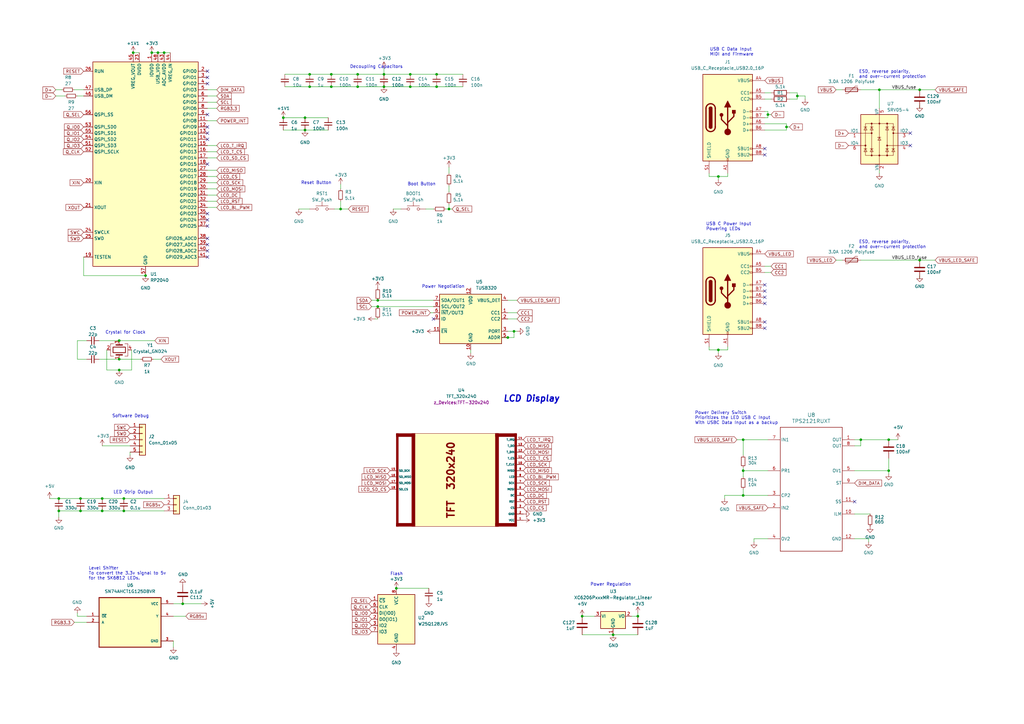
<source format=kicad_sch>
(kicad_sch (version 20250114) (generator "eeschema") (generator_version "9.0")
  (paper "A3")
  (text "LCD Display" (at 206.248 165.1 0) (effects (font (size 2.54 2.54) (thickness 0.508) (bold yes) (italic yes)) (justify left bottom)))
  (text "Power Negotiation" (at 172.974 118.364 0) (effects (font (size 1.27 1.27)) (justify left bottom)))
  (text "Power Delivery Switch\nPrioritizes the LED USB C Input\nWith USBC Data Input as a backup" (at 284.988 174.244 0) (effects (font (size 1.27 1.27)) (justify left bottom)))
  (text "Flash" (at 160.02 236.22 0) (effects (font (size 1.27 1.27)) (justify left bottom)))
  (text "Reset Button" (at 123.444 75.819 0) (effects (font (size 1.27 1.27)) (justify left bottom)))
  (text "USB C Data Input\nMIDI and Firmware\n" (at 291.084 23.114 0) (effects (font (size 1.27 1.27)) (justify left bottom)))
  (text "LED Strip Output" (at 46.482 202.692 0) (effects (font (size 1.27 1.27)) (justify left bottom)))
  (text "Crystal for Clock" (at 43.18 137.16 0) (effects (font (size 1.27 1.27)) (justify left bottom)))
  (text "Decoupling Capacitors" (at 143.51 28.194 0) (effects (font (size 1.27 1.27)) (justify left bottom)))
  (text "Level Shifter\nTo convert the 3.3v signal to 5v\nfor the SK6812 LEDs." (at 36.322 237.998 0) (effects (font (size 1.27 1.27)) (justify left bottom)))
  (text "Boot Button" (at 167.132 76.327 0) (effects (font (size 1.27 1.27)) (justify left bottom)))
  (text "USB C Power Input\nPowering LEDs\n" (at 289.56 94.742 0) (effects (font (size 1.27 1.27)) (justify left bottom)))
  (text "Software Debug" (at 45.974 171.45 0) (effects (font (size 1.27 1.27)) (justify left bottom)))
  (text "ESD, reverse polarity,\nand over-current protection" (at 352.298 102.108 0) (effects (font (size 1.27 1.27)) (justify left bottom)))
  (text "Power Regulation" (at 242.062 240.538 0) (effects (font (size 1.27 1.27)) (justify left bottom)))
  (text "ESD, reverse polarity,\nand over-current protection" (at 352.298 32.258 0) (effects (font (size 1.27 1.27)) (justify left bottom)))
  (junction (at 24.13 204.47))
  (junction (at 377.19 36.83))
  (junction (at 304.8 203.2))
  (junction (at 33.02 209.55))
  (junction (at 24.13 209.55))
  (junction (at 125.095 53.34))
  (junction (at 364.49 193.04))
  (junction (at 327.025 39.37))
  (junction (at 179.07 35.56))
  (junction (at 41.91 204.47))
  (junction (at 208.28 138.43))
  (junction (at 48.895 139.7))
  (junction (at 48.895 147.32))
  (junction (at 162.56 241.3))
  (junction (at 314.96 46.99))
  (junction (at 294.64 143.51))
  (junction (at 67.31 21.59))
  (junction (at 64.77 21.59))
  (junction (at 59.69 113.03))
  (junction (at 364.49 180.34))
  (junction (at 125.095 48.26))
  (junction (at 157.48 35.56))
  (junction (at 251.46 260.35) (diameter 0.9144))
  (junction (at 353.06 180.34))
  (junction (at 360.68 36.83))
  (junction (at 41.91 209.55))
  (junction (at 116.205 48.26))
  (junction (at 154.94 123.19))
  (junction (at 377.19 106.68))
  (junction (at 54.61 21.59))
  (junction (at 62.23 21.59))
  (junction (at 139.7 85.725))
  (junction (at 304.8 193.04))
  (junction (at 322.58 52.07))
  (junction (at 238.76 252.73))
  (junction (at 261.62 252.73))
  (junction (at 135.89 30.48))
  (junction (at 294.64 72.39))
  (junction (at 168.275 30.48))
  (junction (at 304.8 180.34))
  (junction (at 146.685 35.56))
  (junction (at 135.89 35.56))
  (junction (at 179.07 30.48))
  (junction (at 74.93 247.65))
  (junction (at 48.895 151.765))
  (junction (at 168.275 35.56))
  (junction (at 33.02 204.47))
  (junction (at 210.82 135.89))
  (junction (at 127 30.48))
  (junction (at 154.94 125.73))
  (junction (at 50.8 209.55))
  (junction (at 157.48 30.48))
  (junction (at 184.15 85.725))
  (junction (at 50.8 204.47))
  (junction (at 146.685 30.48))
  (junction (at 127 35.56))
  (no_connect (at 350.52 205.74))
  (no_connect (at 373.38 54.61))
  (no_connect (at 313.69 134.62))
  (no_connect (at 85.09 100.33))
  (no_connect (at 373.38 59.69))
  (no_connect (at 85.09 52.07))
  (no_connect (at 313.69 132.08))
  (no_connect (at 85.09 54.61))
  (no_connect (at 313.69 121.92))
  (no_connect (at 85.09 29.21))
  (no_connect (at 313.69 63.5))
  (no_connect (at 85.09 90.17))
  (no_connect (at 85.09 97.79))
  (no_connect (at 85.09 31.75))
  (no_connect (at 313.69 124.46))
  (no_connect (at 313.69 60.96))
  (no_connect (at 85.09 34.29))
  (no_connect (at 313.69 116.84))
  (no_connect (at 85.09 46.99))
  (no_connect (at 85.09 87.63))
  (no_connect (at 85.09 67.31))
  (no_connect (at 85.09 105.41))
  (no_connect (at 313.69 119.38))
  (no_connect (at 177.8 130.81))
  (no_connect (at 85.09 92.71))
  (no_connect (at 85.09 102.87))
  (no_connect (at 85.09 57.15))
  (wire (pts (xy 298.45 72.39) (xy 298.45 71.12)))
  (wire (pts (xy 71.12 265.43) (xy 71.12 262.89)))
  (wire (pts (xy 168.275 35.56) (xy 179.07 35.56)))
  (wire (pts (xy 313.69 53.34) (xy 322.58 53.34)))
  (wire (pts (xy 48.895 147.32) (xy 57.785 147.32)))
  (wire (pts (xy 208.28 138.43) (xy 210.82 138.43)))
  (wire (pts (xy 85.09 77.47) (xy 88.9 77.47)))
  (wire (pts (xy 85.09 69.85) (xy 88.9 69.85)))
  (wire (pts (xy 54.61 21.59) (xy 57.15 21.59)))
  (wire (pts (xy 210.82 138.43) (xy 210.82 135.89)))
  (wire (pts (xy 184.15 85.725) (xy 185.42 85.725)))
  (wire (pts (xy 330.2 39.37) (xy 330.2 40.64)))
  (wire (pts (xy 122.555 85.725) (xy 127 85.725)))
  (wire (pts (xy 43.815 143.51) (xy 43.815 151.765)))
  (wire (pts (xy 360.68 36.83) (xy 377.19 36.83)))
  (wire (pts (xy 364.49 180.34) (xy 368.3 180.34)))
  (wire (pts (xy 88.9 74.93) (xy 85.09 74.93)))
  (wire (pts (xy 364.49 187.96) (xy 364.49 193.04)))
  (wire (pts (xy 40.64 147.32) (xy 48.895 147.32)))
  (wire (pts (xy 322.58 53.34) (xy 322.58 52.07)))
  (wire (pts (xy 31.75 147.32) (xy 35.56 147.32)))
  (wire (pts (xy 85.09 39.37) (xy 88.9 39.37)))
  (wire (pts (xy 174.625 85.725) (xy 177.8 85.725)))
  (wire (pts (xy 33.02 209.55) (xy 41.91 209.55)))
  (wire (pts (xy 350.52 220.98) (xy 356.235 220.98)))
  (wire (pts (xy 34.29 113.03) (xy 59.69 113.03)))
  (wire (pts (xy 342.9 36.83) (xy 345.44 36.83)))
  (wire (pts (xy 179.07 30.48) (xy 189.865 30.48)))
  (wire (pts (xy 212.09 123.19) (xy 208.28 123.19)))
  (wire (pts (xy 162.56 241.3) (xy 175.895 241.3)))
  (wire (pts (xy 297.18 204.47) (xy 297.18 203.2)))
  (wire (pts (xy 316.23 38.1) (xy 313.69 38.1)))
  (wire (pts (xy 294.64 72.39) (xy 298.45 72.39)))
  (wire (pts (xy 316.23 109.22) (xy 313.69 109.22)))
  (wire (pts (xy 85.09 85.09) (xy 88.9 85.09)))
  (wire (pts (xy 85.09 41.91) (xy 88.9 41.91)))
  (wire (pts (xy 342.9 106.68) (xy 345.44 106.68)))
  (wire (pts (xy 350.52 193.04) (xy 364.49 193.04)))
  (wire (pts (xy 353.06 106.68) (xy 377.19 106.68)))
  (wire (pts (xy 154.94 123.19) (xy 177.8 123.19)))
  (wire (pts (xy 356.235 220.98) (xy 356.235 222.25)))
  (wire (pts (xy 24.13 209.55) (xy 33.02 209.55)))
  (wire (pts (xy 251.46 260.35) (xy 238.76 260.35)))
  (wire (pts (xy 157.48 35.56) (xy 168.275 35.56)))
  (wire (pts (xy 85.09 49.53) (xy 88.9 49.53)))
  (wire (pts (xy 26.67 39.37) (xy 22.86 39.37)))
  (wire (pts (xy 50.8 209.55) (xy 67.31 209.55)))
  (wire (pts (xy 48.895 151.765) (xy 53.975 151.765)))
  (wire (pts (xy 350.52 182.88) (xy 353.06 182.88)))
  (wire (pts (xy 116.205 53.34) (xy 125.095 53.34)))
  (wire (pts (xy 30.48 255.27) (xy 35.56 255.27)))
  (wire (pts (xy 360.68 71.12) (xy 360.68 69.85)))
  (wire (pts (xy 304.8 203.2) (xy 314.96 203.2)))
  (wire (pts (xy 290.83 71.12) (xy 290.83 72.39)))
  (wire (pts (xy 297.18 203.2) (xy 304.8 203.2)))
  (wire (pts (xy 294.64 73.66) (xy 294.64 72.39)))
  (wire (pts (xy 125.095 48.26) (xy 134.62 48.26)))
  (wire (pts (xy 125.095 53.34) (xy 134.62 53.34)))
  (wire (pts (xy 353.06 180.34) (xy 364.49 180.34)))
  (wire (pts (xy 139.7 82.55) (xy 139.7 85.725)))
  (wire (pts (xy 184.15 83.82) (xy 184.15 85.725)))
  (wire (pts (xy 71.12 252.73) (xy 76.2 252.73)))
  (wire (pts (xy 314.96 220.98) (xy 309.245 220.98)))
  (wire (pts (xy 154.94 125.73) (xy 177.8 125.73)))
  (wire (pts (xy 350.52 180.34) (xy 353.06 180.34)))
  (wire (pts (xy 353.06 180.34) (xy 353.06 182.88)))
  (wire (pts (xy 313.69 50.8) (xy 322.58 50.8)))
  (wire (pts (xy 208.28 138.43) (xy 205.74 138.43)))
  (wire (pts (xy 85.09 80.01) (xy 88.9 80.01)))
  (wire (pts (xy 41.91 209.55) (xy 50.8 209.55)))
  (wire (pts (xy 327.025 39.37) (xy 327.025 38.1)))
  (wire (pts (xy 88.9 62.23) (xy 85.09 62.23)))
  (wire (pts (xy 309.245 220.98) (xy 309.245 222.25)))
  (wire (pts (xy 67.31 21.59) (xy 69.85 21.59)))
  (wire (pts (xy 377.19 36.83) (xy 383.54 36.83)))
  (wire (pts (xy 304.8 193.04) (xy 314.96 193.04)))
  (wire (pts (xy 33.02 204.47) (xy 41.91 204.47)))
  (wire (pts (xy 323.85 40.64) (xy 327.025 40.64)))
  (wire (pts (xy 350.52 210.82) (xy 356.87 210.82)))
  (wire (pts (xy 48.895 139.7) (xy 63.5 139.7)))
  (wire (pts (xy 139.7 75.565) (xy 139.7 77.47)))
  (wire (pts (xy 327.025 40.64) (xy 327.025 39.37)))
  (wire (pts (xy 353.06 36.83) (xy 360.68 36.83)))
  (wire (pts (xy 24.13 204.47) (xy 33.02 204.47)))
  (wire (pts (xy 259.08 252.73) (xy 261.62 252.73)))
  (wire (pts (xy 127 30.48) (xy 135.89 30.48)))
  (wire (pts (xy 85.09 72.39) (xy 88.9 72.39)))
  (wire (pts (xy 294.64 144.78) (xy 294.64 143.51)))
  (wire (pts (xy 62.23 21.59) (xy 64.77 21.59)))
  (wire (pts (xy 327.025 39.37) (xy 330.2 39.37)))
  (wire (pts (xy 161.29 85.725) (xy 164.465 85.725)))
  (wire (pts (xy 377.19 113.03) (xy 377.19 114.3)))
  (wire (pts (xy 41.91 204.47) (xy 50.8 204.47)))
  (wire (pts (xy 146.685 30.48) (xy 157.48 30.48)))
  (wire (pts (xy 31.75 139.7) (xy 31.75 147.32)))
  (wire (pts (xy 85.09 82.55) (xy 88.9 82.55)))
  (wire (pts (xy 74.93 247.65) (xy 71.12 247.65)))
  (wire (pts (xy 314.96 46.99) (xy 316.23 46.99)))
  (wire (pts (xy 153.67 130.81) (xy 154.94 130.81)))
  (wire (pts (xy 360.68 36.83) (xy 360.68 44.45)))
  (wire (pts (xy 116.205 48.26) (xy 125.095 48.26)))
  (wire (pts (xy 212.09 135.89) (xy 210.82 135.89)))
  (wire (pts (xy 64.77 21.59) (xy 67.31 21.59)))
  (wire (pts (xy 364.49 193.04) (xy 364.49 194.31)))
  (wire (pts (xy 238.76 252.73) (xy 243.84 252.73)))
  (wire (pts (xy 152.4 123.19) (xy 154.94 123.19)))
  (wire (pts (xy 322.58 52.07) (xy 323.85 52.07)))
  (wire (pts (xy 135.89 35.56) (xy 146.685 35.56)))
  (wire (pts (xy 24.13 212.09) (xy 24.13 209.55)))
  (wire (pts (xy 313.69 45.72) (xy 314.96 45.72)))
  (wire (pts (xy 50.8 204.47) (xy 67.31 204.47)))
  (wire (pts (xy 176.53 128.27) (xy 177.8 128.27)))
  (wire (pts (xy 41.91 182.88) (xy 53.34 182.88)))
  (wire (pts (xy 290.83 143.51) (xy 294.64 143.51)))
  (wire (pts (xy 314.96 46.99) (xy 314.96 48.26)))
  (wire (pts (xy 323.85 38.1) (xy 327.025 38.1)))
  (wire (pts (xy 152.4 125.73) (xy 154.94 125.73)))
  (wire (pts (xy 193.04 144.78) (xy 193.04 143.51)))
  (wire (pts (xy 116.84 35.56) (xy 127 35.56)))
  (wire (pts (xy 212.09 128.27) (xy 208.28 128.27)))
  (wire (pts (xy 184.15 76.2) (xy 184.15 78.74)))
  (wire (pts (xy 30.48 36.83) (xy 34.29 36.83)))
  (wire (pts (xy 88.9 59.69) (xy 85.09 59.69)))
  (wire (pts (xy 316.23 40.64) (xy 313.69 40.64)))
  (wire (pts (xy 62.865 147.32) (xy 66.04 147.32)))
  (wire (pts (xy 208.28 135.89) (xy 210.82 135.89)))
  (wire (pts (xy 212.09 130.81) (xy 208.28 130.81)))
  (wire (pts (xy 377.19 43.18) (xy 377.19 44.45)))
  (wire (pts (xy 261.62 251.46) (xy 261.62 252.73)))
  (wire (pts (xy 31.75 251.46) (xy 31.75 252.73)))
  (wire (pts (xy 322.58 50.8) (xy 322.58 52.07)))
  (wire (pts (xy 168.275 30.48) (xy 179.07 30.48)))
  (wire (pts (xy 157.48 27.94) (xy 157.48 30.48)))
  (wire (pts (xy 304.8 191.77) (xy 304.8 193.04)))
  (wire (pts (xy 313.69 48.26) (xy 314.96 48.26)))
  (wire (pts (xy 82.55 247.65) (xy 74.93 247.65)))
  (wire (pts (xy 34.29 105.41) (xy 34.29 113.03)))
  (wire (pts (xy 135.89 30.48) (xy 146.685 30.48)))
  (wire (pts (xy 85.09 44.45) (xy 88.9 44.45)))
  (wire (pts (xy 304.8 193.04) (xy 304.8 195.58)))
  (wire (pts (xy 31.75 252.73) (xy 35.56 252.73)))
  (wire (pts (xy 40.64 139.7) (xy 48.895 139.7)))
  (wire (pts (xy 304.8 180.34) (xy 314.96 180.34)))
  (wire (pts (xy 184.15 68.58) (xy 184.15 71.12)))
  (wire (pts (xy 298.45 143.51) (xy 298.45 142.24)))
  (wire (pts (xy 53.34 185.42) (xy 53.34 186.69)))
  (wire (pts (xy 22.86 36.83) (xy 25.4 36.83)))
  (wire (pts (xy 302.26 180.34) (xy 304.8 180.34)))
  (wire (pts (xy 35.56 139.7) (xy 31.75 139.7)))
  (wire (pts (xy 146.685 35.56) (xy 157.48 35.56)))
  (wire (pts (xy 157.48 30.48) (xy 168.275 30.48)))
  (wire (pts (xy 314.96 45.72) (xy 314.96 46.99)))
  (wire (pts (xy 127 35.56) (xy 135.89 35.56)))
  (wire (pts (xy 116.84 30.48) (xy 127 30.48)))
  (wire (pts (xy 377.19 106.68) (xy 383.54 106.68)))
  (wire (pts (xy 139.7 85.725) (xy 137.16 85.725)))
  (wire (pts (xy 85.09 64.77) (xy 88.9 64.77)))
  (wire (pts (xy 142.875 85.725) (xy 139.7 85.725)))
  (wire (pts (xy 182.88 85.725) (xy 184.15 85.725)))
  (wire (pts (xy 251.46 260.35) (xy 261.62 260.35)))
  (wire (pts (xy 304.8 200.66) (xy 304.8 203.2)))
  (wire (pts (xy 290.83 142.24) (xy 290.83 143.51)))
  (wire (pts (xy 290.83 72.39) (xy 294.64 72.39)))
  (wire (pts (xy 31.75 39.37) (xy 34.29 39.37)))
  (wire (pts (xy 304.8 180.34) (xy 304.8 186.69)))
  (wire (pts (xy 43.815 151.765) (xy 48.895 151.765)))
  (wire (pts (xy 53.975 151.765) (xy 53.975 143.51)))
  (wire (pts (xy 294.64 143.51) (xy 298.45 143.51)))
  (wire (pts (xy 179.07 35.56) (xy 189.865 35.56)))
  (wire (pts (xy 85.09 36.83) (xy 88.9 36.83)))
  (wire (pts (xy 316.23 111.76) (xy 313.69 111.76)))
  (wire (pts (xy 20.32 204.47) (xy 24.13 204.47)))
  (label "VBUS_LED_fuse" (at 365.76 106.68 0))
  (label "VBUS_fuse" (at 365.76 36.83 0))
  (global_label "POWER_INT" (shape input) (at 176.53 128.27 180) (property "Intersheetrefs" "${INTERSHEET_REFS}" (effects (hide yes))))
  (global_label "DIM_DATA" (shape input) (at 350.52 198.12 0) (property "Intersheetrefs" "${INTERSHEET_REFS}" (effects (hide yes))))
  (global_label "LCD_MOSI" (shape input) (at 214.63 185.42 0) (property "Intersheetrefs" "${INTERSHEET_REFS}" (effects (hide yes))))
  (global_label "XIN" (shape input) (at 63.5 139.7 0) (property "Intersheetrefs" "${INTERSHEET_REFS}" (effects (hide yes))))
  (global_label "Q_IO2" (shape input) (at 34.29 57.15 180) (property "Intersheetrefs" "${INTERSHEET_REFS}" (effects (hide yes))))
  (global_label "RESET" (shape input) (at 53.34 180.34 180) (property "Intersheetrefs" "${INTERSHEET_REFS}" (effects (hide yes))))
  (global_label "VBUS_SAFE" (shape input) (at 383.54 36.83 0) (property "Intersheetrefs" "${INTERSHEET_REFS}" (effects (hide yes))))
  (global_label "LCD_CS" (shape input) (at 88.9 72.39 0) (property "Intersheetrefs" "${INTERSHEET_REFS}" (effects (hide yes))))
  (global_label "RGB5v" (shape input) (at 76.2 252.73 0) (property "Intersheetrefs" "${INTERSHEET_REFS}" (effects (hide yes))))
  (global_label "VBUS_LED_SAFE" (shape input) (at 212.09 123.19 0) (property "Intersheetrefs" "${INTERSHEET_REFS}" (effects (hide yes))))
  (global_label "LCD_SD_CS" (shape input) (at 160.02 200.66 180) (property "Intersheetrefs" "${INTERSHEET_REFS}" (effects (hide yes))))
  (global_label "VBUS_LED_SAFE" (shape input) (at 302.26 180.34 180) (property "Intersheetrefs" "${INTERSHEET_REFS}" (effects (hide yes))))
  (global_label "CC1" (shape input) (at 316.23 109.22 0) (property "Intersheetrefs" "${INTERSHEET_REFS}" (effects (hide yes))))
  (global_label "Q_IO1" (shape input) (at 34.29 54.61 180) (property "Intersheetrefs" "${INTERSHEET_REFS}" (effects (hide yes))))
  (global_label "LCD_MISO" (shape input) (at 160.02 195.58 180) (property "Intersheetrefs" "${INTERSHEET_REFS}" (effects (hide yes))))
  (global_label "LCD_SCK" (shape input) (at 88.9 74.93 0) (property "Intersheetrefs" "${INTERSHEET_REFS}" (effects (hide yes))))
  (global_label "Q_SEL" (shape input) (at 185.42 85.725 0) (property "Intersheetrefs" "${INTERSHEET_REFS}" (effects (hide yes))))
  (global_label "SWC" (shape input) (at 34.29 95.25 180) (property "Intersheetrefs" "${INTERSHEET_REFS}" (effects (hide yes))))
  (global_label "D+" (shape input) (at 323.85 52.07 0) (property "Intersheetrefs" "${INTERSHEET_REFS}" (effects (hide yes))))
  (global_label "LCD_SCK" (shape input) (at 214.63 198.12 0) (property "Intersheetrefs" "${INTERSHEET_REFS}" (effects (hide yes))))
  (global_label "LCD_SCK" (shape input) (at 160.02 193.04 180) (property "Intersheetrefs" "${INTERSHEET_REFS}" (effects (hide yes))))
  (global_label "LCD_MOSI" (shape input) (at 88.9 77.47 0) (property "Intersheetrefs" "${INTERSHEET_REFS}" (effects (hide yes))))
  (global_label "SDA" (shape input) (at 88.9 39.37 0) (property "Intersheetrefs" "${INTERSHEET_REFS}" (effects (hide yes))))
  (global_label "LCD_T_CS" (shape input) (at 88.9 62.23 0) (property "Intersheetrefs" "${INTERSHEET_REFS}" (effects (hide yes))))
  (global_label "LCD_T_CS" (shape input) (at 214.63 187.96 0) (property "Intersheetrefs" "${INTERSHEET_REFS}" (effects (hide yes))))
  (global_label "VBUS" (shape input) (at 342.9 36.83 180) (property "Intersheetrefs" "${INTERSHEET_REFS}" (effects (hide yes))))
  (global_label "LCD_BL_PWM" (shape input) (at 214.63 195.58 0) (property "Intersheetrefs" "${INTERSHEET_REFS}" (effects (hide yes))))
  (global_label "D-" (shape input) (at 347.98 59.69 180) (property "Intersheetrefs" "${INTERSHEET_REFS}" (effects (hide yes))))
  (global_label "DIM_DATA" (shape input) (at 88.9 36.83 0) (property "Intersheetrefs" "${INTERSHEET_REFS}" (effects (hide yes))))
  (global_label "SWD" (shape input) (at 53.34 177.8 180) (property "Intersheetrefs" "${INTERSHEET_REFS}" (effects (hide yes))))
  (global_label "SCL" (shape input) (at 88.9 41.91 0) (property "Intersheetrefs" "${INTERSHEET_REFS}" (effects (hide yes))))
  (global_label "RGB3.3" (shape input) (at 88.9 44.45 0) (property "Intersheetrefs" "${INTERSHEET_REFS}" (effects (hide yes))))
  (global_label "LCD_DC" (shape input) (at 214.63 203.2 0) (property "Intersheetrefs" "${INTERSHEET_REFS}" (effects (hide yes))))
  (global_label "CC2" (shape input) (at 316.23 111.76 0) (property "Intersheetrefs" "${INTERSHEET_REFS}" (effects (hide yes))))
  (global_label "SDA" (shape input) (at 152.4 123.19 180) (property "Intersheetrefs" "${INTERSHEET_REFS}" (effects (hide yes))))
  (global_label "VBUS_SAFE" (shape input) (at 314.96 208.28 180) (property "Intersheetrefs" "${INTERSHEET_REFS}" (effects (hide yes))))
  (global_label "SWD" (shape input) (at 34.29 97.79 180) (property "Intersheetrefs" "${INTERSHEET_REFS}" (effects (hide yes))))
  (global_label "VBUS" (shape input) (at 313.69 33.02 0) (property "Intersheetrefs" "${INTERSHEET_REFS}" (effects (hide yes))))
  (global_label "XOUT" (shape input) (at 66.04 147.32 0) (property "Intersheetrefs" "${INTERSHEET_REFS}" (effects (hide yes))))
  (global_label "LCD_DC" (shape input) (at 88.9 80.01 0) (property "Intersheetrefs" "${INTERSHEET_REFS}" (effects (hide yes))))
  (global_label "D+" (shape input) (at 347.98 54.61 180) (property "Intersheetrefs" "${INTERSHEET_REFS}" (effects (hide yes))))
  (global_label "D+" (shape input) (at 22.86 36.83 180) (property "Intersheetrefs" "${INTERSHEET_REFS}" (effects (hide yes))))
  (global_label "D-" (shape input) (at 22.86 39.37 180) (property "Intersheetrefs" "${INTERSHEET_REFS}" (effects (hide yes))))
  (global_label "LCD_MISO" (shape input) (at 88.9 69.85 0) (property "Intersheetrefs" "${INTERSHEET_REFS}" (effects (hide yes))))
  (global_label "RESET" (shape input) (at 34.29 29.21 180) (property "Intersheetrefs" "${INTERSHEET_REFS}" (effects (hide yes))))
  (global_label "LCD_RST" (shape input) (at 88.9 82.55 0) (property "Intersheetrefs" "${INTERSHEET_REFS}" (effects (hide yes))))
  (global_label "POWER_INT" (shape input) (at 88.9 49.53 0) (property "Intersheetrefs" "${INTERSHEET_REFS}" (effects (hide yes))))
  (global_label "Q_IO0" (shape input) (at 34.29 52.07 180) (property "Intersheetrefs" "${INTERSHEET_REFS}" (effects (hide yes))))
  (global_label "XOUT" (shape input) (at 34.29 85.09 180) (property "Intersheetrefs" "${INTERSHEET_REFS}" (effects (hide yes))))
  (global_label "LCD_T_IRQ" (shape input) (at 214.63 180.34 0) (property "Intersheetrefs" "${INTERSHEET_REFS}" (effects (hide yes))))
  (global_label "LCD_RST" (shape input) (at 214.63 205.74 0) (property "Intersheetrefs" "${INTERSHEET_REFS}" (effects (hide yes))))
  (global_label "Q_CLK" (shape input) (at 34.29 62.23 180) (property "Intersheetrefs" "${INTERSHEET_REFS}" (effects (hide yes))))
  (global_label "Q_IO0" (shape input) (at 152.4 251.46 180) (property "Intersheetrefs" "${INTERSHEET_REFS}" (effects (hide yes))))
  (global_label "RGB5v" (shape input) (at 67.31 207.01 180) (property "Intersheetrefs" "${INTERSHEET_REFS}" (effects (hide yes))))
  (global_label "Q_IO2" (shape input) (at 152.4 256.54 180) (property "Intersheetrefs" "${INTERSHEET_REFS}" (effects (hide yes))))
  (global_label "Q_IO3" (shape input) (at 34.29 59.69 180) (property "Intersheetrefs" "${INTERSHEET_REFS}" (effects (hide yes))))
  (global_label "RESET" (shape input) (at 142.875 85.725 0) (property "Intersheetrefs" "${INTERSHEET_REFS}" (effects (hide yes))))
  (global_label "LCD_MOSI" (shape input) (at 214.63 200.66 0) (property "Intersheetrefs" "${INTERSHEET_REFS}" (effects (hide yes))))
  (global_label "LCD_BL_PWM" (shape input) (at 88.9 85.09 0) (property "Intersheetrefs" "${INTERSHEET_REFS}" (effects (hide yes))))
  (global_label "LCD_MOSI" (shape input) (at 160.02 198.12 180) (property "Intersheetrefs" "${INTERSHEET_REFS}" (effects (hide yes))))
  (global_label "LCD_CS" (shape input) (at 214.63 208.28 0) (property "Intersheetrefs" "${INTERSHEET_REFS}" (effects (hide yes))))
  (global_label "CC1" (shape input) (at 212.09 128.27 0) (property "Intersheetrefs" "${INTERSHEET_REFS}" (effects (hide yes))))
  (global_label "Q_CLK" (shape input) (at 152.4 248.92 180) (property "Intersheetrefs" "${INTERSHEET_REFS}" (effects (hide yes))))
  (global_label "LCD_MISO" (shape input) (at 214.63 193.04 0) (property "Intersheetrefs" "${INTERSHEET_REFS}" (effects (hide yes))))
  (global_label "Q_IO1" (shape input) (at 152.4 254 180) (property "Intersheetrefs" "${INTERSHEET_REFS}" (effects (hide yes))))
  (global_label "D-" (shape input) (at 316.23 46.99 0) (property "Intersheetrefs" "${INTERSHEET_REFS}" (effects (hide yes))))
  (global_label "LCD_T_IRQ" (shape input) (at 88.9 59.69 0) (property "Intersheetrefs" "${INTERSHEET_REFS}" (effects (hide yes))))
  (global_label "SCL" (shape input) (at 152.4 125.73 180) (property "Intersheetrefs" "${INTERSHEET_REFS}" (effects (hide yes))))
  (global_label "LCD_MISO" (shape input) (at 214.63 182.88 0) (property "Intersheetrefs" "${INTERSHEET_REFS}" (effects (hide yes))))
  (global_label "VBUS_LED" (shape input) (at 342.9 106.68 180) (property "Intersheetrefs" "${INTERSHEET_REFS}" (effects (hide yes))))
  (global_label "XIN" (shape input) (at 34.29 74.93 180) (property "Intersheetrefs" "${INTERSHEET_REFS}" (effects (hide yes))))
  (global_label "Q_IO3" (shape input) (at 152.4 259.08 180) (property "Intersheetrefs" "${INTERSHEET_REFS}" (effects (hide yes))))
  (global_label "VBUS_LED_SAFE" (shape input) (at 383.54 106.68 0) (property "Intersheetrefs" "${INTERSHEET_REFS}" (effects (hide yes))))
  (global_label "CC2" (shape input) (at 212.09 130.81 0) (property "Intersheetrefs" "${INTERSHEET_REFS}" (effects (hide yes))))
  (global_label "Q_SEL" (shape input) (at 152.4 246.38 180) (property "Intersheetrefs" "${INTERSHEET_REFS}" (effects (hide yes))))
  (global_label "SWC" (shape input) (at 53.34 175.26 180) (property "Intersheetrefs" "${INTERSHEET_REFS}" (effects (hide yes))))
  (global_label "Q_SEL" (shape input) (at 34.29 46.99 180) (property "Intersheetrefs" "${INTERSHEET_REFS}" (effects (hide yes))))
  (global_label "LCD_SCK" (shape input) (at 214.63 190.5 0) (property "Intersheetrefs" "${INTERSHEET_REFS}" (effects (hide yes))))
  (global_label "RGB3.3" (shape input) (at 30.48 255.27 180) (property "Intersheetrefs" "${INTERSHEET_REFS}" (effects (hide yes))))
  (global_label "VBUS_LED" (shape input) (at 313.69 104.14 0) (property "Intersheetrefs" "${INTERSHEET_REFS}" (effects (hide yes))))
  (global_label "LCD_SD_CS" (shape input) (at 88.9 64.77 0) (property "Intersheetrefs" "${INTERSHEET_REFS}" (effects (hide yes))))
  (symbol (lib_id "Device:Polyfuse") (at 349.25 36.83 270) (unit 1)
    (property "Reference" "F1" (at 349.25 31.115 90))
    (property "Value" "3.0A 1206 Polyfuse" (at 349.25 33.4264 90))
    (property "Footprint" "Fuse:Fuse_1206_3216Metric" (effects (hide yes)))
  )
  (symbol (lib_id "Device:C_Small") (at 135.89 33.02 0) (unit 1)
    (property "Reference" "C10" (at 139.065 32.3913 0) (effects (justify left)))
    (property "Value" "100n" (at 139.065 34.9313 0) (effects (justify left)))
    (property "Footprint" "Capacitor_SMD:C_0402_1005Metric" (effects (hide yes)))
  )
  (symbol (lib_id "power:GND") (at 251.46 260.35 0) (unit 1)
    (property "Reference" "#PWR015" (effects (hide yes)))
    (property "Value" "GND" (at 251.587 264.7442 0))
  )
  (symbol (lib_id "power:+5V") (at 238.76 252.73 0) (unit 1)
    (property "Reference" "#PWR013" (effects (hide yes)))
    (property "Value" "+5V" (at 238.76 247.65 0))
  )
  (symbol (lib_id "power:+3V3") (at 157.48 27.94 0) (unit 1)
    (property "Reference" "#PWR04" (effects (hide yes)))
    (property "Value" "+3V3" (at 157.734 23.876 0))
  )
  (symbol (lib_id "Device:C") (at 261.62 256.54 0) (unit 1)
    (property "Reference" "C128" (at 264.541 255.3716 0) (effects (justify left)))
    (property "Value" "1uF" (at 264.541 257.683 0) (effects (justify left)))
    (property "Footprint" "Capacitor_SMD:C_0402_1005Metric" (effects (hide yes)))
    (property "LCSC" "C307331" (effects (hide yes)))
  )
  (symbol (lib_id "TPS2121RUXT:TPS2121RUXT") (at 332.74 200.66 0) (unit 1)
    (property "Reference" "U8" (at 332.74 170.18 0) (effects (font (size 1.524 1.524))))
    (property "Value" "TPS2121RUXT" (at 332.74 172.72 0) (effects (font (size 1.524 1.524))))
    (property "Footprint" "TPS2121RUXT:RUX0012A" (effects (hide yes)))
    (property "Datasheet" "https://www.ti.com/lit/gpn/tps2121" (effects (hide yes)))
  )
  (symbol (lib_id "Device:R_Small") (at 304.8 189.23 180) (unit 1)
    (property "Reference" "R13" (at 308.61 187.96 0))
    (property "Value" "30k" (at 308.61 189.865 0))
    (property "Footprint" "Resistor_SMD:R_0402_1005Metric" (effects (hide yes)))
  )
  (symbol (lib_id "Device:R_Small") (at 29.21 39.37 90) (unit 1)
    (property "Reference" "R9" (at 29.21 41.91 90))
    (property "Value" "27" (at 29.21 44.45 90))
    (property "Footprint" "Resistor_SMD:R_0402_1005Metric" (effects (hide yes)))
  )
  (symbol (lib_id "power:+3V3") (at 177.8 135.89 90) (unit 1)
    (property "Reference" "#PWR032" (effects (hide yes)))
    (property "Value" "+3V3" (at 173.99 135.8899 90) (effects (justify left)))
  )
  (symbol (lib_id "power:GND") (at 71.12 265.43 0) (unit 1)
    (property "Reference" "#PWR0144" (effects (hide yes)))
    (property "Value" "GND" (at 71.247 269.8242 0))
  )
  (symbol (lib_id "power:GND") (at 377.19 43.18 0) (unit 1)
    (property "Reference" "#PWR010" (effects (hide yes)))
    (property "Value" "GND" (at 377.19 47.625 0))
  )
  (symbol (lib_id "power:GND") (at 297.18 204.47 0) (mirror y) (unit 1)
    (property "Reference" "#PWR036" (effects (hide yes)))
    (property "Value" "GND" (at 297.18 208.915 0))
  )
  (symbol (lib_id "power:GND") (at 360.68 71.12 0) (unit 1)
    (property "Reference" "#PWR029" (effects (hide yes)))
    (property "Value" "GND" (at 360.68 76.2 0))
  )
  (symbol (lib_id "Device:C") (at 377.19 40.64 0) (unit 1)
    (property "Reference" "C129" (at 380.111 39.4716 0) (effects (justify left)))
    (property "Value" "100nF" (at 380.111 41.783 0) (effects (justify left)))
    (property "Footprint" "Capacitor_SMD:C_0402_1005Metric" (effects (hide yes)))
    (property "LCSC" "C307331" (effects (hide yes)))
  )
  (symbol (lib_id "power:+3V3") (at 41.91 182.88 0) (unit 1)
    (property "Reference" "#PWR016" (effects (hide yes)))
    (property "Value" "+3V3" (at 42.164 178.816 0))
  )
  (symbol (lib_id "Device:R_Small") (at 154.94 120.65 180) (unit 1)
    (property "Reference" "R10" (at 158.75 119.38 0))
    (property "Value" "5.1k" (at 158.75 121.285 0))
    (property "Footprint" "Resistor_SMD:R_0402_1005Metric" (effects (hide yes)))
  )
  (symbol (lib_id "power:+3V3") (at 184.15 68.58 0) (unit 1)
    (property "Reference" "#PWR06" (effects (hide yes)))
    (property "Value" "+3V3" (at 184.15 64.77 0))
  )
  (symbol (lib_id "Device:C") (at 364.49 184.15 0) (unit 1)
    (property "Reference" "C18" (at 367.411 182.9816 0) (effects (justify left)))
    (property "Value" "100nF" (at 367.411 185.293 0) (effects (justify left)))
    (property "Footprint" "Capacitor_SMD:C_0402_1005Metric" (effects (hide yes)))
    (property "LCSC" "C307331" (effects (hide yes)))
  )
  (symbol (lib_id "power:+3V3") (at 153.67 130.81 90) (unit 1)
    (property "Reference" "#PWR031" (effects (hide yes)))
    (property "Value" "+3V3" (at 149.86 130.8099 90) (effects (justify left)))
  )
  (symbol (lib_id "power:GND") (at 122.555 85.725 0) (unit 1)
    (property "Reference" "#PWR07" (effects (hide yes)))
    (property "Value" "GND" (at 122.555 90.805 0))
  )
  (symbol (lib_id "power:+3V3") (at 62.23 21.59 0) (unit 1)
    (property "Reference" "#PWR021" (effects (hide yes)))
    (property "Value" "+3V3" (at 62.23 17.78 0))
  )
  (symbol (lib_id "power:GND") (at 212.09 135.89 90) (unit 1)
    (property "Reference" "#PWR033" (effects (hide yes)))
    (property "Value" "GND" (at 216.4842 135.763 0))
  )
  (symbol (lib_id "Device:Polyfuse") (at 349.25 106.68 270) (unit 1)
    (property "Reference" "F2" (at 349.25 100.965 90))
    (property "Value" "3.0A 1206 Polyfuse" (at 349.25 103.2764 90))
    (property "Footprint" "Fuse:Fuse_1206_3216Metric" (effects (hide yes)))
  )
  (symbol (lib_id "Device:C") (at 238.76 256.54 0) (mirror y) (unit 1)
    (property "Reference" "C127" (at 235.839 255.3716 0) (effects (justify left)))
    (property "Value" "1uF" (at 235.839 257.683 0) (effects (justify left)))
    (property "Footprint" "Capacitor_SMD:C_0402_1005Metric" (effects (hide yes)))
    (property "LCSC" "C307331" (effects (hide yes)))
  )
  (symbol (lib_id "Device:R_Small") (at 154.94 128.27 180) (unit 1)
    (property "Reference" "R11" (at 158.75 127 0))
    (property "Value" "5.1k" (at 158.75 128.905 0))
    (property "Footprint" "Resistor_SMD:R_0402_1005Metric" (effects (hide yes)))
  )
  (symbol (lib_id "power:+5V") (at 20.32 204.47 0) (unit 1)
    (property "Reference" "#PWR042" (effects (hide yes)))
    (property "Value" "+5V" (at 20.32 199.39 0))
  )
  (symbol (lib_id "Device:C_Small") (at 33.02 207.01 0) (unit 1)
    (property "Reference" "C19" (at 35.56 205.7462 0) (effects (justify left)))
    (property "Value" "330u" (at 35.56 208.2862 0) (effects (justify left)))
    (property "Footprint" "Capacitor_Tantalum_SMD:CP_EIA-7343-31_Kemet-D" (effects (hide yes)))
  )
  (symbol (lib_id "power:GND") (at 356.87 215.9 0) (unit 1)
    (property "Reference" "#PWR040" (effects (hide yes)))
    (property "Value" "GND" (at 356.87 220.345 0))
  )
  (symbol (lib_id "power:GND") (at 24.13 212.09 0) (mirror y) (unit 1)
    (property "Reference" "#PWR034" (effects (hide yes)))
    (property "Value" "GND" (at 24.13 216.535 0))
  )
  (symbol (lib_id "Device:C_Small") (at 24.13 207.01 0) (unit 1)
    (property "Reference" "C1" (at 26.67 205.7462 0) (effects (justify left)))
    (property "Value" "330u" (at 26.67 208.2862 0) (effects (justify left)))
    (property "Footprint" "Capacitor_Tantalum_SMD:CP_EIA-7343-31_Kemet-D" (effects (hide yes)))
  )
  (symbol (lib_id "ModHob:TFT_320x240_SD") (at 212.09 196.85 90) (unit 1)
    (property "Reference" "U4" (at 189.23 160.02 90))
    (property "Value" "TFT_320x240" (at 189.23 162.56 90))
    (property "Footprint" "z_Devices:TFT-320x240" (at 189.23 165.1 90))
  )
  (symbol (lib_id "SN74AHCT1G125DBVR:SN74AHCT1G125DBVR") (at 53.34 255.27 0) (unit 1)
    (property "Reference" "U6" (at 53.34 240.03 0))
    (property "Value" "SN74AHCT1G125DBVR" (at 53.34 242.57 0))
    (property "Footprint" "SN74AHCT1G125DBVR:SOT95P280X145-5N" (effects (hide yes)))
    (property "MF" "Texas Instruments" (effects (hide yes)))
    (property "Description_1" "\n                        \n                            Single 4.5-V to 5.5-V buffer with TTL-compatible CMOS inputs and 3-state outputs\n                        \n" (effects (hide yes)))
    (property "Package" "SOT-23-5 Texas Instruments" (effects (hide yes)))
    (property "Price" "None" (effects (hide yes)))
    (property "SnapEDA_Link" "https://www.snapeda.com/parts/SN74AHCT1G125DBVR/Texas+Instruments/view-part/?ref=snap" (effects (hide yes)))
    (property "MP" "SN74AHCT1G125DBVR" (effects (hide yes)))
    (property "Availability" "In Stock" (effects (hide yes)))
    (property "Check_prices" "https://www.snapeda.com/parts/SN74AHCT1G125DBVR/Texas+Instruments/view-part/?ref=eda" (effects (hide yes)))
  )
  (symbol (lib_id "Switch:SW_Push") (at 169.545 85.725 0) (unit 1)
    (property "Reference" "BOOT1" (at 169.545 79.375 0))
    (property "Value" "SW_Push" (at 169.545 81.915 0))
    (property "Footprint" "Button_Switch_SMD:SW_SPST_TL3342" (effects (hide yes)))
  )
  (symbol (lib_id "Device:Crystal_GND24") (at 48.895 143.51 90) (unit 1)
    (property "Reference" "Y1" (at 61.595 141.5797 90))
    (property "Value" "Crystal_GND24" (at 61.595 144.1197 90))
    (property "Footprint" "Crystal:Crystal_SMD_3225-4Pin_3.2x2.5mm" (effects (hide yes)))
  )
  (symbol (lib_id "power:+3V3") (at 139.7 75.565 0) (unit 1)
    (property "Reference" "#PWR02" (effects (hide yes)))
    (property "Value" "+3V3" (at 139.7 71.755 0))
  )
  (symbol (lib_id "power:GND") (at 294.64 144.78 0) (unit 1)
    (property "Reference" "#PWR035" (effects (hide yes)))
    (property "Value" "GND" (at 294.64 149.86 0))
  )
  (symbol (lib_id "power:GND") (at 161.29 85.725 0) (unit 1)
    (property "Reference" "#PWR0102" (effects (hide yes)))
    (property "Value" "GND" (at 161.29 90.805 0))
  )
  (symbol (lib_id "Device:C_Small") (at 168.275 33.02 0) (unit 1)
    (property "Reference" "C14" (at 171.45 32.3913 0) (effects (justify left)))
    (property "Value" "100n" (at 171.45 34.9313 0) (effects (justify left)))
    (property "Footprint" "Capacitor_SMD:C_0402_1005Metric" (effects (hide yes)))
  )
  (symbol (lib_id "Device:C_Small") (at 116.205 50.8 0) (unit 1)
    (property "Reference" "C6" (at 119.38 50.1713 0) (effects (justify left)))
    (property "Value" "1u" (at 119.38 52.7113 0) (effects (justify left)))
    (property "Footprint" "Capacitor_SMD:C_0402_1005Metric" (effects (hide yes)))
  )
  (symbol (lib_id "Device:C_Small") (at 125.095 50.8 0) (unit 1)
    (property "Reference" "C7" (at 128.27 50.1713 0) (effects (justify left)))
    (property "Value" "100n" (at 128.27 52.7113 0) (effects (justify left)))
    (property "Footprint" "Capacitor_SMD:C_0402_1005Metric" (effects (hide yes)))
  )
  (symbol (lib_id "Switch:SW_Push") (at 132.08 85.725 0) (unit 1)
    (property "Reference" "RST1" (at 132.08 79.375 0))
    (property "Value" "SW_Push" (at 132.08 81.915 0))
    (property "Footprint" "Button_Switch_SMD:SW_SPST_TL3342" (effects (hide yes)))
  )
  (symbol (lib_id "power:+3V3") (at 261.62 251.46 0) (unit 1)
    (property "Reference" "#PWR012" (effects (hide yes)))
    (property "Value" "+3V3" (at 261.62 247.65 0))
  )
  (symbol (lib_id "power:+5V") (at 368.3 180.34 0) (unit 1)
    (property "Reference" "#PWR041" (effects (hide yes)))
    (property "Value" "+5V" (at 368.3 175.26 0))
  )
  (symbol (lib_id "power:+1V1") (at 54.61 21.59 0) (unit 1)
    (property "Reference" "#PWR020" (effects (hide yes)))
    (property "Value" "+1V1" (at 54.61 17.78 0))
  )
  (symbol (lib_id "PCM_marbastlib-various:SRV05-4") (at 360.68 57.15 0) (unit 1)
    (property "Reference" "U7" (at 363.8297 42.545 0) (effects (justify left)))
    (property "Value" "SRV05-4" (at 363.8297 45.085 0) (effects (justify left)))
    (property "Footprint" "PCM_marbastlib-various:SOT-23-6-routable" (effects (hide yes)))
    (property "Datasheet" "http://www.onsemi.com/pub/Collateral/SRV05-4-D.PDF" (effects (hide yes)))
  )
  (symbol (lib_id "Interface_USB:TUSB320") (at 193.04 130.81 0) (unit 1)
    (property "Reference" "U5" (at 195.1833 115.57 0) (effects (justify left)))
    (property "Value" "TUSB320" (at 195.1833 118.11 0) (effects (justify left)))
    (property "Footprint" "Package_DFN_QFN:Texas_X2QFN-12_1.6x1.6mm_P0.4mm" (effects (hide yes)))
    (property "Datasheet" "http://www.ti.com/lit/ds/symlink/tusb320.pdf" (effects (hide yes)))
    (property "Description" "USB Type-C Configuration Channel Logic and Port Control, X2QFN-12" (effects (hide yes)))
  )
  (symbol (lib_id "Device:R_Small") (at 139.7 80.01 180) (unit 1)
    (property "Reference" "R3" (at 142.875 78.74 0))
    (property "Value" "5.1k" (at 143.51 81.28 0))
    (property "Footprint" "Resistor_SMD:R_0402_1005Metric" (effects (hide yes)))
  )
  (symbol (lib_id "Device:C_Small") (at 38.1 139.7 90) (unit 1)
    (property "Reference" "C3" (at 38.1063 134.62 90))
    (property "Value" "22p" (at 38.1063 137.16 90))
    (property "Footprint" "Capacitor_SMD:C_0402_1005Metric" (effects (hide yes)))
  )
  (symbol (lib_id "Memory_Flash:W25Q128JVS") (at 162.56 254 0) (unit 1)
    (property "Reference" "U2" (at 171.45 253.365 0) (effects (justify left)))
    (property "Value" "W25Q128JVS" (at 171.45 255.905 0) (effects (justify left)))
    (property "Footprint" "Keebio-Parts.pretty-master:SOIC-8_5.23x5.23mm_P1.27mm" (effects (hide yes)))
    (property "Datasheet" "http://www.winbond.com/resource-files/w25q128jv_dtr%20revc%2003272018%20plus.pdf" (effects (hide yes)))
  )
  (symbol (lib_id "Device:C_Small") (at 127 33.02 0) (unit 1)
    (property "Reference" "C9" (at 130.175 32.3913 0) (effects (justify left)))
    (property "Value" "1u" (at 130.175 34.9313 0) (effects (justify left)))
    (property "Footprint" "Capacitor_SMD:C_0402_1005Metric" (effects (hide yes)))
  )
  (symbol (lib_id "Device:R_Small") (at 27.94 36.83 90) (unit 1)
    (property "Reference" "R8" (at 27.94 31.75 90))
    (property "Value" "27" (at 27.94 34.29 90))
    (property "Footprint" "Resistor_SMD:R_0402_1005Metric" (effects (hide yes)))
  )
  (symbol (lib_id "power:GND") (at 31.75 251.46 180) (unit 1)
    (property "Reference" "#PWR01" (effects (hide yes)))
    (property "Value" "GND" (at 31.623 247.0658 0))
  )
  (symbol (lib_id "Device:C_Small") (at 157.48 33.02 0) (unit 1)
    (property "Reference" "C12" (at 160.655 32.3913 0) (effects (justify left)))
    (property "Value" "100n" (at 160.655 34.9313 0) (effects (justify left)))
    (property "Footprint" "Capacitor_SMD:C_0402_1005Metric" (effects (hide yes)))
  )
  (symbol (lib_id "power:GND") (at 125.095 53.34 0) (unit 1)
    (property "Reference" "#PWR08" (effects (hide yes)))
    (property "Value" "GND" (at 125.095 58.42 0))
  )
  (symbol (lib_id "power:+1V1") (at 116.205 48.26 0) (unit 1)
    (property "Reference" "#PWR024" (effects (hide yes)))
    (property "Value" "+1V1" (at 116.205 44.45 0))
  )
  (symbol (lib_id "power:+3V3") (at 154.94 118.11 0) (unit 1)
    (property "Reference" "#PWR030" (effects (hide yes)))
    (property "Value" "+3V3" (at 154.94 114.3 0))
  )
  (symbol (lib_id "Device:C_Small") (at 116.84 33.02 0) (unit 1)
    (property "Reference" "C8" (at 120.015 32.3913 0) (effects (justify left)))
    (property "Value" "10u" (at 120.015 34.9313 0) (effects (justify left)))
    (property "Footprint" "Capacitor_SMD:C_0603_1608Metric" (effects (hide yes)))
  )
  (symbol (lib_id "Device:R_Small") (at 356.87 213.36 180) (unit 1)
    (property "Reference" "R12" (at 360.68 212.09 0))
    (property "Value" "665" (at 360.68 213.995 0))
    (property "Footprint" "Resistor_SMD:R_0402_1005Metric" (effects (hide yes)))
  )
  (symbol (lib_id "power:GND") (at 53.34 186.69 0) (unit 1)
    (property "Reference" "#PWR018" (effects (hide yes)))
    (property "Value" "GND" (at 53.34 191.77 0))
  )
  (symbol (lib_id "power:GND") (at 309.245 222.25 0) (mirror y) (unit 1)
    (property "Reference" "#PWR039" (effects (hide yes)))
    (property "Value" "GND" (at 309.245 226.695 0))
  )
  (symbol (lib_id "Device:R") (at 320.04 38.1 270) (unit 1)
    (property "Reference" "R1" (at 320.04 38.1 90))
    (property "Value" "5.1k" (at 320.04 35.56 90))
    (property "Footprint" "Resistor_SMD:R_0402_1005Metric" (effects (hide yes)))
  )
  (symbol (lib_id "power:GND") (at 330.2 40.64 0) (unit 1)
    (property "Reference" "#PWR05" (effects (hide yes)))
    (property "Value" "GND" (at 330.2 45.085 0))
  )
  (symbol (lib_id "power:+3V3") (at 214.63 213.36 270) (unit 1)
    (property "Reference" "#PWR03" (effects (hide yes)))
    (property "Value" "+3V3" (at 218.44 213.3599 90) (effects (justify left)))
  )
  (symbol (lib_id "Device:R_Small") (at 184.15 73.66 180) (unit 1)
    (property "Reference" "R4" (at 187.96 72.39 0))
    (property "Value" "5.1k" (at 187.96 74.295 0))
    (property "Footprint" "Resistor_SMD:R_0402_1005Metric" (effects (hide yes)))
  )
  (symbol (lib_id "power:GND") (at 74.93 240.03 0) (mirror x) (unit 1)
    (property "Reference" "#PWR0142" (effects (hide yes)))
    (property "Value" "GND" (at 75.057 235.6358 0))
  )
  (symbol (lib_id "Device:C_Small") (at 50.8 207.01 0) (unit 1)
    (property "Reference" "C2" (at 53.34 205.7462 0) (effects (justify left)))
    (property "Value" "0.1u" (at 53.34 208.2862 0) (effects (justify left)))
    (property "Footprint" "Capacitor_SMD:C_0603_1608Metric" (effects (hide yes)))
  )
  (symbol (lib_id "power:GND") (at 193.04 144.78 0) (unit 1)
    (property "Reference" "#PWR027" (effects (hide yes)))
    (property "Value" "GND" (at 193.167 149.1742 0))
  )
  (symbol (lib_id "Device:C_Small") (at 38.1 147.32 90) (unit 1)
    (property "Reference" "C4" (at 38.1063 142.24 90))
    (property "Value" "22p" (at 38.1063 144.78 90))
    (property "Footprint" "Capacitor_SMD:C_0402_1005Metric" (effects (hide yes)))
  )
  (symbol (lib_id "power:GND") (at 162.56 266.7 0) (unit 1)
    (property "Reference" "#PWR0101" (effects (hide yes)))
    (property "Value" "GND" (at 162.56 271.78 0))
  )
  (symbol (lib_id "Device:R") (at 320.04 40.64 90) (unit 1)
    (property "Reference" "R2" (at 320.04 40.64 90))
    (property "Value" "5.1k" (at 320.04 43.18 90))
    (property "Footprint" "Resistor_SMD:R_0402_1005Metric" (effects (hide yes)))
  )
  (symbol (lib_id "Device:R_Small") (at 304.8 198.12 180) (unit 1)
    (property "Reference" "R14" (at 308.61 196.85 0))
    (property "Value" "10k" (at 308.61 198.755 0))
    (property "Footprint" "Resistor_SMD:R_0402_1005Metric" (effects (hide yes)))
  )
  (symbol (lib_id "Connector:USB_C_Receptacle_USB2.0_16P") (at 298.45 119.38 0) (unit 1)
    (property "Reference" "J5" (at 298.45 96.52 0))
    (property "Value" "USB_C_Receptacle_USB2.0_16P" (at 298.45 99.06 0))
    (property "Footprint" "ModHob:USB_C_Receptacle_HRO_TYPE-C-31-M-12" (effects (hide yes)))
    (property "Datasheet" "https://www.usb.org/sites/default/files/documents/usb_type-c.zip" (effects (hide yes)))
    (property "Description" "USB 2.0-only 16P Type-C Receptacle connector" (effects (hide yes)))
  )
  (symbol (lib_id "kicad-keyboard-parts:XC6206PxxxMR-Regulator_Linear") (at 251.46 252.73 0) (unit 1)
    (property "Reference" "U3" (at 251.46 242.57 0))
    (property "Value" "XC6206PxxxMR-Regulator_Linear" (at 251.46 245.11 0))
    (property "Footprint" "Package_TO_SOT_SMD:SOT-23" (effects (hide yes)))
    (property "Datasheet" "https://www.torexsemi.com/file/xc6206/XC6206.pdf" (effects (hide yes)))
    (property "LCSC" "C5446" (effects (hide yes)))
  )
  (symbol (lib_id "power:GND") (at 48.895 151.765 0) (unit 1)
    (property "Reference" "#PWR019" (effects (hide yes)))
    (property "Value" "GND" (at 48.895 156.845 0))
  )
  (symbol (lib_id "Device:C_Small") (at 189.865 33.02 0) (unit 1)
    (property "Reference" "C16" (at 193.04 32.3913 0) (effects (justify left)))
    (property "Value" "100n" (at 193.04 34.9313 0) (effects (justify left)))
    (property "Footprint" "Capacitor_SMD:C_0402_1005Metric" (effects (hide yes)))
  )
  (symbol (lib_id "Device:C") (at 74.93 243.84 0) (mirror x) (unit 1)
    (property "Reference" "C112" (at 77.851 245.0084 0) (effects (justify left)))
    (property "Value" "0.1uF" (at 77.851 242.697 0) (effects (justify left)))
    (property "Footprint" "Capacitor_SMD:C_0402_1005Metric" (effects (hide yes)))
    (property "LCSC" "C307331" (effects (hide yes)))
  )
  (symbol (lib_id "Device:C_Small") (at 146.685 33.02 0) (unit 1)
    (property "Reference" "C11" (at 149.86 32.3913 0) (effects (justify left)))
    (property "Value" "100n" (at 149.86 34.9313 0) (effects (justify left)))
    (property "Footprint" "Capacitor_SMD:C_0402_1005Metric" (effects (hide yes)))
  )
  (symbol (lib_id "MCU_RaspberryPi:RP2040") (at 59.69 67.31 0) (unit 1)
    (property "Reference" "U1" (at 61.6459 112.395 0) (effects (justify left)))
    (property "Value" "RP2040" (at 61.6459 114.935 0) (effects (justify left)))
    (property "Footprint" "Package_DFN_QFN:QFN-56-1EP_7x7mm_P0.4mm_EP3.2x3.2mm" (effects (hide yes)))
    (property "Datasheet" "https://datasheets.raspberrypi.com/rp2040/rp2040-datasheet.pdf" (effects (hide yes)))
  )
  (symbol (lib_id "power:GND") (at 175.895 246.38 0) (unit 1)
    (property "Reference" "#PWR023" (effects (hide yes)))
    (property "Value" "GND" (at 175.895 251.46 0))
  )
  (symbol (lib_id "power:GND") (at 157.48 35.56 0) (unit 1)
    (property "Reference" "#PWR022" (effects (hide yes)))
    (property "Value" "GND" (at 157.48 40.64 0))
  )
  (symbol (lib_id "Device:C_Small") (at 134.62 50.8 0) (unit 1)
    (property "Reference" "C13" (at 137.795 50.1713 0) (effects (justify left)))
    (property "Value" "100n" (at 137.795 52.7113 0) (effects (justify left)))
    (property "Footprint" "Capacitor_SMD:C_0402_1005Metric" (effects (hide yes)))
  )
  (symbol (lib_id "power:GND") (at 377.19 113.03 0) (unit 1)
    (property "Reference" "#PWR09" (effects (hide yes)))
    (property "Value" "GND" (at 377.19 117.475 0))
  )
  (symbol (lib_id "power:GND") (at 356.235 222.25 0) (unit 1)
    (property "Reference" "#PWR037" (effects (hide yes)))
    (property "Value" "GND" (at 356.235 226.695 0))
  )
  (symbol (lib_id "Device:R_Small") (at 180.34 85.725 90) (unit 1)
    (property "Reference" "R6" (at 180.34 88.265 90))
    (property "Value" "1k" (at 180.34 90.805 90))
    (property "Footprint" "Resistor_SMD:R_0402_1005Metric" (effects (hide yes)))
  )
  (symbol (lib_id "Device:C") (at 377.19 110.49 0) (unit 1)
    (property "Reference" "C17" (at 380.111 109.3216 0) (effects (justify left)))
    (property "Value" "100nF" (at 380.111 111.633 0) (effects (justify left)))
    (property "Footprint" "Capacitor_SMD:C_0402_1005Metric" (effects (hide yes)))
    (property "LCSC" "C307331" (effects (hide yes)))
  )
  (symbol (lib_id "power:+3V3") (at 162.56 241.3 0) (unit 1)
    (property "Reference" "#PWR014" (effects (hide yes)))
    (property "Value" "+3V3" (at 162.56 237.49 0))
  )
  (symbol (lib_id "power:GND") (at 59.69 113.03 0) (unit 1)
    (property "Reference" "#PWR026" (effects (hide yes)))
    (property "Value" "GND" (at 59.69 118.11 0))
  )
  (symbol (lib_id "Connector:USB_C_Receptacle_USB2.0_16P") (at 298.45 48.26 0) (unit 1)
    (property "Reference" "J1" (at 298.45 25.4 0))
    (property "Value" "USB_C_Receptacle_USB2.0_16P" (at 298.45 27.94 0))
    (property "Footprint" "ModHob:USB_C_Receptacle_HRO_TYPE-C-31-M-12" (effects (hide yes)))
    (property "Datasheet" "https://www.usb.org/sites/default/files/documents/usb_type-c.zip" (effects (hide yes)))
    (property "Description" "USB 2.0-only 16P Type-C Receptacle connector" (effects (hide yes)))
  )
  (symbol (lib_id "Device:R_Small") (at 184.15 81.28 180) (unit 1)
    (property "Reference" "R5" (at 187.96 80.01 0))
    (property "Value" "5.1k" (at 187.96 81.915 0))
    (property "Footprint" "Resistor_SMD:R_0402_1005Metric" (effects (hide yes)))
  )
  (symbol (lib_id "Device:C_Small") (at 41.91 207.01 0) (unit 1)
    (property "Reference" "C20" (at 44.45 205.7462 0) (effects (justify left)))
    (property "Value" "330u" (at 44.45 208.2862 0) (effects (justify left)))
    (property "Footprint" "Capacitor_Tantalum_SMD:CP_EIA-7343-31_Kemet-D" (effects (hide yes)))
  )
  (symbol (lib_id "Connector_Generic:Conn_01x05") (at 58.42 180.34 0) (unit 1)
    (property "Reference" "J2" (at 60.96 179.0699 0) (effects (justify left)))
    (property "Value" "Conn_01x05" (at 60.96 181.6099 0) (effects (justify left)))
    (property "Footprint" "Connector_PinHeader_2.54mm:PinHeader_1x05_P2.54mm_Vertical" (effects (hide yes)))
    (property "Description" "Generic connector, single row, 01x05, script generated (kicad-library-utils/schlib/autogen/connector/)" (effects (hide yes)))
  )
  (symbol (lib_id "Device:R_Small") (at 60.325 147.32 90) (unit 1)
    (property "Reference" "R7" (at 60.325 149.86 90))
    (property "Value" "1k" (at 60.325 152.4 90))
    (property "Footprint" "Resistor_SMD:R_0402_1005Metric" (effects (hide yes)))
  )
  (symbol (lib_id "power:GND") (at 214.63 210.82 90) (unit 1)
    (property "Reference" "#PWR073" (effects (hide yes)))
    (property "Value" "GND" (at 218.44 210.8199 90) (effects (justify right)))
  )
  (symbol (lib_name "+5V_1") (lib_id "power:+5V") (at 82.55 247.65 270) (mirror x) (unit 1)
    (property "Reference" "#PWR060" (effects (hide yes)))
    (property "Value" "+5V" (at 86.995 247.65 0))
  )
  (symbol (lib_id "power:GND") (at 294.64 73.66 0) (unit 1)
    (property "Reference" "#PWR011" (effects (hide yes)))
    (property "Value" "GND" (at 294.64 78.74 0))
  )
  (symbol (lib_id "power:GND") (at 364.49 194.31 0) (unit 1)
    (property "Reference" "#PWR038" (effects (hide yes)))
    (property "Value" "GND" (at 364.49 198.755 0))
  )
  (symbol (lib_id "Device:C_Small") (at 175.895 243.84 0) (unit 1)
    (property "Reference" "C5" (at 179.07 243.2113 0) (effects (justify left)))
    (property "Value" "1u" (at 179.07 245.7513 0) (effects (justify left)))
    (property "Footprint" "Capacitor_SMD:C_0402_1005Metric" (effects (hide yes)))
  )
  (symbol (lib_id "Device:C_Small") (at 179.07 33.02 0) (unit 1)
    (property "Reference" "C15" (at 182.245 32.3913 0) (effects (justify left)))
    (property "Value" "100n" (at 182.245 34.9313 0) (effects (justify left)))
    (property "Footprint" "Capacitor_SMD:C_0402_1005Metric" (effects (hide yes)))
  )
  (symbol (lib_id "Connector_Generic:Conn_01x03") (at 72.39 207.01 0) (unit 1)
    (property "Reference" "J4" (at 74.93 205.7399 0) (effects (justify left)))
    (property "Value" "Conn_01x03" (at 74.93 208.2799 0) (effects (justify left)))
    (property "Footprint" "Connector_JST:JST_XH_S3B-XH-A-1_1x03_P2.50mm_Horizontal" (effects (hide yes)))
    (property "Description" "Generic connector, single row, 01x03, script generated (kicad-library-utils/schlib/autogen/connector/)" (effects (hide yes)))
  )
)
</source>
